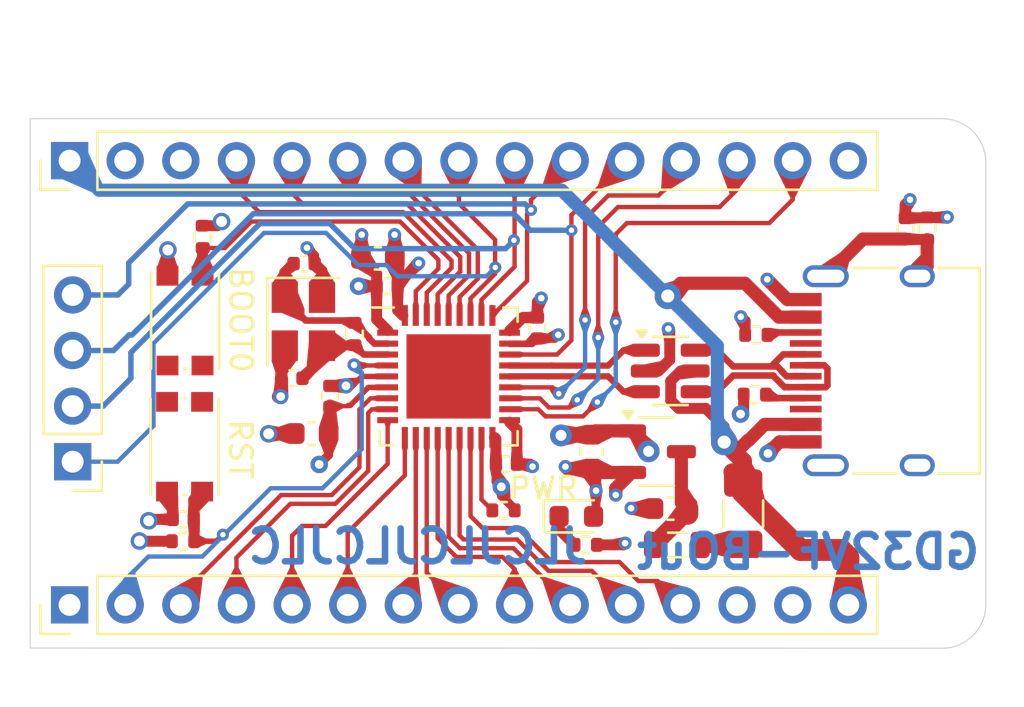
<source format=kicad_pcb>
(kicad_pcb (version 20240108) (generator "pcbnew") (generator_version "8.0")
  (layers (0 "F.Cu" signal) (1 "In1.Cu" power) (2 "In2.Cu" power) (31 "B.Cu" signal) (34 "B.Paste" user) (35 "F.Paste" user) (36 "B.SilkS" user "B.Silkscreen") (37 "F.SilkS" user "F.Silkscreen") (38 "B.Mask" user) (39 "F.Mask" user) (44 "Edge.Cuts" user))
  (net 0 "")
  (net 1 "OSC_OUT")
  (net 2 "Net-(F1-Pad2)")
  (net 3 "GND")
  (net 4 "+5V")
  (net 5 "+3.3V")
  (net 6 "NRST")
  (net 7 "USB_D+")
  (net 8 "PB5")
  (net 9 "PB0")
  (net 10 "PA8")
  (net 11 "PA10")
  (net 12 "USB_D-")
  (net 13 "PA2")
  (net 14 "PA1")
  (net 15 "BOOT0")
  (net 16 "OSC_IN")
  (net 17 "PA0")
  (net 18 "PA9")
  (net 19 "USB_CONN_D-")
  (net 20 "USB_CONN_D+")
  (net 21 "PB1")
  (net 22 "PA3")
  (net 23 "Net-(U1-VI)")
  (net 24 "PA5")
  (net 25 "PA6")
  (net 27 "PA4")
  (net 28 "PA7")
  (net 29 "PA15")
  (net 30 "PA14")
  (net 31 "PB4")
  (net 32 "PB7")
  (net 33 "PB3")
  (net 34 "PA13")
  (net 35 "PB6")
  (net 36 "Net-(D1-K)")
  (net 37 "Net-(J2-SHIELD)")
  (net 38 "Net-(J2-CC2)")
  (net 39 "Net-(J2-CC1)")
  (net 40 "Net-(U3-PB2)")
  (footprint "Resistor_SMD:R_0402_1005Metric" (layer "F.Cu") (at 39.640001 91.01 180)
    (property "Reference" "R1")
    (property "Value" "10k")
  )
  (footprint "Package_TO_SOT_SMD:SOT-23-3" (layer "F.Cu") (at 61.26 86.9175)
    (property "Reference" "U1")
    (property "Value" "XC6206PxxxMR")
  )
  (footprint "Capacitor_SMD:C_0402_1005Metric" (layer "F.Cu") (at 72.63 76.72 90)
    (property "Reference" "C8")
    (property "Value" "4n7")
  )
  (footprint "Resistor_SMD:R_0402_1005Metric" (layer "F.Cu") (at 65.75 84.31 180)
    (property "Reference" "R5")
    (property "Value" "5k5")
  )
  (footprint "Capacitor_SMD:C_0402_1005Metric" (layer "F.Cu") (at 46.35 84.39 90)
    (property "Reference" "C10")
    (property "Value" "10n")
  )
  (footprint "Connector_PinHeader_2.54mm:PinHeader_1x04_P2.54mm_Vertical" (layer "F.Cu") (at 34.6 87.375 180)
    (property "Reference" "J1")
    (property "Value" "JTAG")
  )
  (footprint "LED_SMD:LED_0603_1608Metric" (layer "F.Cu") (at 57.6 89.875)
    (property "Reference" "D1")
    (property "Value" "Power")
  )
  (footprint "Connector_PinHeader_2.54mm:PinHeader_1x15_P2.54mm_Vertical" (layer "F.Cu") (at 34.46 73.62 90)
    (property "Reference" "J6")
    (property "Value" "Conn_01x15")
  )
  (footprint "Button_Switch_SMD:SW_Push_1P1T_NO_CK_KMR2" (layer "F.Cu") (at 39.73 80.93 -90)
    (property "Reference" "SW1")
    (property "Value" "BOOT0")
  )
  (footprint "Capacitor_SMD:C_0402_1005Metric" (layer "F.Cu") (at 54.406675 87.487628 180)
    (property "Reference" "C4")
    (property "Value" "100n")
  )
  (footprint "Inductor_SMD:L_0805_2012Metric" (layer "F.Cu") (at 62.19 91.18 180)
    (property "Reference" "FB1")
    (property "Value" "100 @ 100MHz")
  )
  (footprint "Resistor_SMD:R_0402_1005Metric" (layer "F.Cu") (at 58.03 91.175)
    (property "Reference" "R4")
    (property "Value" "2k2")
  )
  (footprint "Button_Switch_SMD:SW_Push_1P1T_NO_CK_KMR2" (layer "F.Cu") (at 39.71 86.69 90)
    (property "Reference" "SW2")
    (property "Value" "Reset")
  )
  (footprint "Crystal:Crystal_SMD_3225-4Pin_3.2x2.5mm" (layer "F.Cu") (at 45.136505 80.975175 -90)
    (property "Reference" "Y1")
    (property "Value" "12MHz")
  )
  (footprint "Capacitor_SMD:C_0402_1005Metric" (layer "F.Cu") (at 48.961953 79.3559)
    (property "Reference" "C2")
    (property "Value" "100n")
  )
  (footprint "Resistor_SMD:R_0402_1005Metric" (layer "F.Cu") (at 73.62 76.72 -90)
    (property "Reference" "R3")
    (property "Value" "1M")
  )
  (footprint "Capacitor_SMD:C_0603_1608Metric" (layer "F.Cu") (at 58.2975 86.9175 90)
    (property "Reference" "C6")
    (property "Value" "10u")
  )
  (footprint "Capacitor_SMD:C_0402_1005Metric" (layer "F.Cu") (at 39.65 90.01 180)
    (property "Reference" "C7")
    (property "Value" "100n")
  )
  (footprint "Capacitor_SMD:C_0603_1608Metric" (layer "F.Cu") (at 61.8975 89.5175 180)
    (property "Reference" "C5")
    (property "Value" "10u")
  )
  (footprint "Capacitor_SMD:C_0402_1005Metric" (layer "F.Cu") (at 45.171861 78.323525)
    (property "Reference" "C11")
    (property "Value" "20p")
  )
  (footprint "Capacitor_SMD:C_0603_1608Metric" (layer "F.Cu") (at 45.515 86.09 180)
    (property "Reference" "C9")
    (property "Value" "1u")
  )
  (footprint "Connector_PinHeader_2.54mm:PinHeader_1x15_P2.54mm_Vertical" (layer "F.Cu") (at 34.46 93.92 90)
    (property "Reference" "J5")
    (property "Value" "Conn_01x15")
  )
  (footprint "Resistor_SMD:R_0402_1005Metric" (layer "F.Cu") (at 47.469958 81.54086 -90)
    (property "Reference" "R9")
    (property "Value" "1M")
  )
  (footprint "Capacitor_SMD:C_0402_1005Metric" (layer "F.Cu") (at 44.613246 83.563186 180)
    (property "Reference" "C12")
    (property "Value" "20p")
  )
  (footprint "Resistor_SMD:R_0402_1005Metric" (layer "F.Cu") (at 40.54 77.100001 -90)
    (property "Reference" "R2")
    (property "Value" "10k")
  )
  (footprint "Connector_USB:USB_C_Receptacle_HRO_TYPE-C-31-M-12" (layer "F.Cu") (at 72.12 83.22 90)
    (property "Reference" "J2")
    (property "Value" "USB_Conn")
  )
  (footprint "Capacitor_SMD:C_0603_1608Metric" (layer "F.Cu") (at 48.537689 78.083108)
    (property "Reference" "C1")
    (property "Value" "4u7")
  )
  (footprint "Resistor_SMD:R_0402_1005Metric" (layer "F.Cu") (at 65.82 81.58)
    (property "Reference" "R6")
    (property "Value" "5k5")
  )
  (footprint "Package_TO_SOT_SMD:SOT-23-6" (layer "F.Cu") (at 61.89 83.23)
    (property "Reference" "U2")
    (property "Value" "USBLC6-2SC6")
  )
  (footprint "Fuse:Fuse_1206_3216Metric" (layer "F.Cu") (at 65.22 89.75 -90)
    (property "Reference" "F1")
    (property "Value" "100mA")
  )
  (footprint "Packages:QFN-36_EP_6x6_Pitch0.5mm" (layer "F.Cu") (at 51.76875 83.47875)
    (property "Reference" "U3")
    (property "Value" "GD32VF103Tx")
  )
  (footprint "Capacitor_SMD:C_0402_1005Metric" (layer "F.Cu") (at 55.820889 81.265089 -90)
    (property "Reference" "C3")
    (property "Value" "100n")
  )
  (footprint "Resistor_SMD:R_0402_1005Metric" (layer "F.Cu") (at 54.275 89.6)
    (property "Reference" "R7")
    (property "Value" "10k")
  )
  (gr_line (start 74.3 95.9) (end 32.66 95.89) (stroke (width 0.05)) (layer "Edge.Cuts"))
  (gr_arc (start 76.3 93.9) (mid 75.714214 95.314214) (end 74.3 95.9) (stroke (width 0.05)) (layer "Edge.Cuts"))
  (gr_line (start 76.3 73.7) (end 76.3 93.9) (stroke (width 0.05)) (layer "Edge.Cuts"))
  (gr_line (start 32.66 95.89) (end 32.66 71.7) (stroke (width 0.05)) (layer "Edge.Cuts"))
  (gr_line (start 32.66 71.7) (end 74.3 71.7) (stroke (width 0.05)) (layer "Edge.Cuts"))
  (gr_arc (start 74.3 71.7) (mid 75.714214 72.285786) (end 76.3 73.7) (stroke (width 0.05)) (layer "Edge.Cuts"))
  (gr_text "JLCJLCJLCJLC" (at 58.275 92.125 0) (layer "B.Cu") (effects (font (size 1.5 1.5) (thickness 0.3) (bold yes)) (justify left bottom mirror)))
  (gr_text "GD32VF-BOut" (at 76.175 92.375 0) (layer "B.Cu") (effects (font (size 1.5 1.5) (thickness 0.3) (bold yes)) (justify left bottom mirror)))
  (gr_text "RST" (at 41.675 85.35 270) (layer "F.SilkS") (effects (font (size 1 1) (thickness 0.155)) (justify left bottom)))
  (gr_text "BOOT0" (at 41.7 80.9 270) (layer "F.SilkS") (effects (font (size 1 1) (thickness 0.155)) (justify bottom)))
  (gr_text "PWR" (at 54.425 89.175 0) (layer "F.SilkS") (effects (font (size 1 1) (thickness 0.155)) (justify left bottom)))
  (segment (start 48.98375 82.478751) (end 47.897849 82.478751) (width 0.3) (layer "F.Cu") (net 1))
  (segment (start 47.445642 82.075175) (end 45.986505 82.075175) (width 0.3) (layer "F.Cu") (net 1))
  (segment (start 47.469958 82.05086) (end 47.445642 82.075175) (width 0.3) (layer "F.Cu") (net 1))
  (segment (start 47.897849 82.478751) (end 47.469958 82.05086) (width 0.3) (layer "F.Cu") (net 1))
  (segment (start 45.986505 82.669927) (end 45.986505 82.075175) (width 0.5) (layer "F.Cu") (net 1))
  (segment (start 45.093246 83.563186) (end 45.986505 82.669927) (width 0.5) (layer "F.Cu") (net 1))
  (segment (start 63.282501 91.149999) (end 63.2525 91.18) (width 0.8) (layer "F.Cu") (net 2))
  (segment (start 65.22 91.149999) (end 63.282501 91.149999) (width 0.8) (layer "F.Cu") (net 2))
  (segment (start 60.9 86.9) (end 60.9 86.8) (width 0.6) (layer "F.Cu") (net 3))
  (segment (start 44.133246 83.563186) (end 44.133246 84.266754) (width 0.6) (layer "F.Cu") (net 3))
  (segment (start 39.17 90.01) (end 39.17 88.999999) (width 0.5) (layer "F.Cu") (net 3))
  (segment (start 41.4 76.4) (end 41.209998 76.590002) (width 0.5) (layer "F.Cu") (net 3))
  (segment (start 65.240001 84.31) (end 65.240001 85.059999) (width 0.5) (layer "F.Cu") (net 3))
  (segment (start 66.32 79.04) (end 66.31 79.04) (width 0.6) (layer "F.Cu") (net 3))
  (segment (start 49.312689 77.012689) (end 49.3 77) (width 0.5) (layer "F.Cu") (net 3))
  (segment (start 45.986505 78.658169) (end 45.986505 79.875175) (width 0.5) (layer "F.Cu") (net 3))
  (segment (start 56.9325 86.1425) (end 56.9 86.175) (width 0.6) (layer "F.Cu") (net 3))
  (segment (start 60.7525 83.23) (end 61.35 83.23) (width 0.5) (layer "F.Cu") (net 3))
  (segment (start 38.075 90.075) (end 38.14 90.01) (width 0.5) (layer "F.Cu") (net 3))
  (segment (start 53.926676 87.487628) (end 53.926676 86.331676) (width 0.5) (layer "F.Cu") (net 3))
  (segment (start 41.209998 76.590002) (end 40.54 76.590002) (width 0.5) (layer "F.Cu") (net 3))
  (segment (start 55.577228 81.98875) (end 54.55375 81.98875) (width 0.3) (layer "F.Cu") (net 3))
  (segment (start 47.08 83.91) (end 46.35 83.91) (width 0.5) (layer "F.Cu") (net 3))
  (segment (start 49.441953 78.212372) (end 49.441953 79.3559) (width 0.5) (layer "F.Cu") (net 3))
  (segment (start 60.1225 85.9675) (end 60.9 86.745) (width 0.6) (layer "F.Cu") (net 3))
  (segment (start 59.75 91.175) (end 59.825 91.1) (width 0.5) (layer "F.Cu") (net 3))
  (segment (start 55.820889 81.745088) (end 55.577228 81.98875) (width 0.3) (layer "F.Cu") (net 3))
  (segment (start 73.670001 76.23) (end 74.54 76.2) (width 0.5) (layer "F.Cu") (net 3))
  (segment (start 60.9 86.745) (end 60.9 86.9) (width 0.6) (layer "F.Cu") (net 3))
  (segment (start 60.235 89.5175) (end 60.1 89.5) (width 0.6) (layer "F.Cu") (net 3))
  (segment (start 74.54 76.2) (end 74.51 76.23) (width 0.5) (layer "F.Cu") (net 3))
  (segment (start 55.820889 81.745089) (end 56.606381 81.745089) (width 0.4) (layer "F.Cu") (net 3))
  (segment (start 54.175 88.525) (end 53.926675 88.276675) (width 0.4) (layer "F.Cu") (net 3))
  (segment (start 61.35 83.23) (end 61.865 82.715) (width 0.5) (layer "F.Cu") (net 3))
  (segment (start 60.1225 85.9675) (end 58.4725 85.9675) (width 0.6) (layer "F.Cu") (net 3))
  (segment (start 73.670001 76.23) (end 72.65 76.23) (width 0.5) (layer "F.Cu") (net 3))
  (segment (start 60.2 89.5175) (end 60.2175 89.5175) (width 0.6) (layer "F.Cu") (net 3))
  (segment (start 72.62 75.619999) (end 72.84 75.399999) (width 0.5) (layer "F.Cu") (net 3))
  (segment (start 54.175 88.929654) (end 54.785 89.539654) (width 0.4) (layer "F.Cu") (net 3))
  (segment (start 66.35 87) (end 66.88 86.47) (width 0.6) (layer "F.Cu") (net 3))
  (segment (start 60.1 89.5) (end 60.2 89.5175) (width 0.6) (layer "F.Cu") (net 3))
  (segment (start 53.926676 86.331676) (end 53.85875 86.26375) (width 0.5) (layer "F.Cu") (net 3))
  (segment (start 54.175 88.525) (end 54.175 88.929654) (width 0.4) (layer "F.Cu") (net 3))
  (segment (start 44.74 86.09) (end 43.56 86.09) (width 0.5) (layer "F.Cu") (net 3))
  (segment (start 49.441953 79.3559) (end 49.441953 80.456953) (width 0.5) (layer "F.Cu") (net 3))
  (segment (start 65.1 85.2) (end 65.06 85.24) (width 0.5) (layer "F.Cu") (net 3))
  (segment (start 61.865 82.715) (end 61.865 81.365) (width 0.5) (layer "F.Cu") (net 3))
  (segment (start 45.65186 78.323525) (end 45.986505 78.658169) (width 0.5) (layer "F.Cu") (net 3))
  (segment (start 44.133247 82.228434) (end 44.133247 83.563186) (width 0.5) (layer "F.Cu") (net 3))
  (segment (start 67.24 79.97) (end 66.32 79.05) (width 0.6) (layer "F.Cu") (net 3))
  (segment (start 44 84.4) (end 44.1 84.3) (width 0.6) (layer "F.Cu") (net 3))
  (segment (start 45.651861 78.323525) (end 45.651861 77.951861) (width 0.4) (layer "F.Cu") (net 3))
  (segment (start 49.441953 79.3559) (end 49.441953 79.258047) (width 0.5) (layer "F.Cu") (net 3))
  (segment (start 50.4 78.3) (end 50.2 78.5) (width 0.5) (layer "F.Cu") (net 3))
  (segment (start 44.1 84.3) (end 44.1 84.4) (width 0.6) (layer "F.Cu") (net 3))
  (segment (start 58.2975 86.1425) (end 56.9325 86.1425) (width 0.6) (layer "F.Cu") (net 3))
  (segment (start 47.08 83.91) (end 47.22 83.91) (width 0.3) (layer "F.Cu") (net 3))
  (segment (start 53.926675 88.276675) (end 53.926675 87.487628) (width 0.4) (layer "F.Cu") (net 3))
  (segment (start 49.441953 79.258047) (end 50.4 78.3) (width 0.5) (layer "F.Cu") (net 3))
  (segment (start 49.312689 78.083108) (end 49.441953 78.212372) (width 0.5) (layer "F.Cu") (net 3))
  (segment (start 44.286506 82.075175) (end 44.133247 82.228434) (width 0.5) (layer "F.Cu") (net 3))
  (segment (start 58.539999 91.175) (end 59.75 91.175) (width 0.5) (layer "F.Cu") (net 3))
  (segment (start 65.310001 81.58) (end 65.310001 80.950001) (width 0.5) (layer "F.Cu") (net 3))
  (segment (start 45.651861 77.951861) (end 45.3 77.6) (width 0.4) (layer "F.Cu") (net 3))
  (segment (start 43.56 86.09) (end 43.55 86.1) (width 0.6) (layer "F.Cu") (net 3))
  (segment (start 61.1225 89.5175) (end 60.235 89.5175) (width 0.6) (layer "F.Cu") (net 3))
  (segment (start 39.17 88.999999) (end 38.91 88.739999) (width 0.5) (layer "F.Cu") (net 3))
  (segment (start 66.31 79.04) (end 66.34 79.07) (width 0.6) (layer "F.Cu") (net 3))
  (segment (start 65.240001 85.059999) (end 65.1 85.2) (width 0.5) (layer "F.Cu") (net 3))
  (segment (start 38.14 90.01) (end 39.17 90.01) (width 0.5) (layer "F.Cu") (net 3))
  (segment (start 72.62 76.26) (end 72.62 75.619999) (width 0.5) (layer "F.Cu") (net 3))
  (segment (start 61.8 81.3) (end 61.865 81.435) (width 0.5) (layer "F.Cu") (net 3))
  (segment (start 49.441953 80.456953) (end 49.678749 80.69375) (width 0.5) (layer "F.Cu") (net 3))
  (segment (start 65.310001 80.950001) (end 65.11 80.75) (width 0.5) (layer "F.Cu") (net 3))
  (segment (start 47.08 83.91) (end 47.374944 83.91) (width 0.25) (layer "F.Cu") (net 3))
  (segment (start 56.606381 81.745089) (end 56.775735 81.575735) (width 0.4) (layer "F.Cu") (net 3))
  (segment (start 47.374944 83.91) (end 47.806194 83.47875) (width 0.25) (layer "F.Cu") (net 3))
  (segment (start 66.32 79.05) (end 66.32 79.04) (width 0.6) (layer "F.Cu") (net 3))
  (segment (start 44.133246 84.266754) (end 44.1 84.3) (width 0.6) (layer "F.Cu") (net 3))
  (segment (start 72.65 76.23) (end 72.62 76.26) (width 0.5) (layer "F.Cu") (net 3))
  (segment (start 66.88 86.47) (end 68.075 86.47) (width 0.6) (layer "F.Cu") (net 3))
  (segment (start 54.785 89.539654) (end 54.785 89.6) (width 0.4) (layer "F.Cu") (net 3))
  (segment (start 49.312689 78.083108) (end 49.312689 77.012689) (width 0.5) (layer "F.Cu") (net 3))
  (segment (start 47.22 83.91) (end 47.26 83.87) (width 0.3) (layer "F.Cu") (net 3))
  (segment (start 61.865 81.365) (end 61.8 81.3) (width 0.5) (layer "F.Cu") (net 3))
  (segment (start 58.4725 85.9675) (end 58.2975 86.1425) (width 0.6) (layer "F.Cu") (net 3))
  (segment (start 44.1 84.4) (end 44 84.4) (width 0.6) (layer "F.Cu") (net 3))
  (segment (start 47.806194 83.47875) (end 48.983751 83.47875) (width 0.25) (layer "F.Cu") (net 3))
  (via (at 45.3 77.6) (size 0.6) (drill 0.3) (layers "F.Cu" "B.Cu") (net 3))
  (via (at 47.08 83.91) (size 0.7) (drill 0.4) (layers "F.Cu" "B.Cu") (net 3))
  (via (at 41.4 76.4) (size 0.8) (drill 0.5) (layers "F.Cu" "B.Cu") (net 3))
  (via (at 54.175 88.525) (size 0.8) (drill 0.4) (layers "F.Cu" "B.Cu") (net 3))
  (via (at 65.11 80.75) (size 0.6) (drill 0.3) (layers "F.Cu" "B.Cu") (net 3))
  (via (at 44.1 84.4) (size 0.7) (drill 0.4) (layers "F.Cu" "B.Cu") (net 3))
  (via (at 66.35 87) (size 0.8) (drill 0.4) (layers "F.Cu" "B.Cu") (net 3))
  (via (at 56.9 86.175) (size 1) (drill 0.5) (layers "F.Cu" "B.Cu") (net 3))
  (via (at 61.8 81.3) (size 0.6) (drill 0.3) (layers "F.Cu" "B.Cu") (net 3))
  (via (at 65.1 85.2) (size 0.8) (drill 0.4) (layers "F.Cu" "B.Cu") (net 3))
  (via (at 50.4 78.3) (size 0.6) (drill 0.3) (layers "F.Cu" "B.Cu") (net 3))
  (via (at 49.3 77) (size 0.6) (drill 0.3) (layers "F.Cu" "B.Cu") (net 3))
  (via (at 59.825 91.1) (size 0.6) (drill 0.3) (layers "F.Cu" "B.Cu") (net 3))
  (via (at 60.1 89.5) (size 0.6) (drill 0.3) (layers "F.Cu" "B.Cu") (net 3))
  (via (at 66.32 79.04) (size 0.6) (drill 0.3) (layers "F.Cu" "B.Cu") (net 3))
  (via (at 56.775735 81.575735) (size 0.6) (drill 0.3) (layers "F.Cu" "B.Cu") (net 3))
  (via (at 60.9 86.9) (size 1) (drill 0.5) (layers "F.Cu" "B.Cu") (net 3))
  (via (at 38.075 90.075) (size 0.8) (drill 0.5) (layers "F.Cu" "B.Cu") (net 3))
  (via (at 43.55 86.1) (size 0.8) (drill 0.5) (layers "F.Cu" "B.Cu") (net 3))
  (via (at 74.54 76.2) (size 0.6) (drill 0.3) (layers "F.Cu" "B.Cu") (net 3))
  (via (at 72.84 75.399999) (size 0.6) (drill 0.3) (layers "F.Cu" "B.Cu") (net 3))
  (segment (start 65.22 87.35) (end 64.855 86.985) (width 0.8) (layer "F.Cu") (net 4))
  (segment (start 64.35 85.78) (end 63.51 84.94) (width 0.5) (layer "F.Cu") (net 4))
  (segment (start 61.774315 79.805685) (end 62.36 79.22) (width 0.6) (layer "F.Cu") (net 4))
  (segment (start 62.36 79.22) (end 65.3 79.22) (width 0.6) (layer "F.Cu") (net 4))
  (segment (start 62.365001 83.23) (end 63.0275 83.23) (width 0.5) (layer "F.Cu") (net 4))
  (segment (start 64.855 86.985) (end 64.35 86.48) (width 0.8) (layer "F.Cu") (net 4))
  (segment (start 61.91 84.577684) (end 61.91 83.685001) (width 0.5) (layer "F.Cu") (net 4))
  (segment (start 64.72 87.850001) (end 65.22 88.350001) (width 0.8) (layer "F.Cu") (net 4))
  (segment (start 69.69 91.41) (end 70.02 91.74) (width 1) (layer "F.Cu") (net 4))
  (segment (start 66.85 80.77) (end 68.075 80.769999) (width 0.6) (layer "F.Cu") (net 4))
  (segment (start 65.22 88.79) (end 67.84 91.41) (width 1) (layer "F.Cu") (net 4))
  (segment (start 68.075 85.670001) (end 66.201371 85.67) (width 0.6) (layer "F.Cu") (net 4))
  (segment (start 70.02 91.74) (end 70.02 93.92) (width 1) (layer "F.Cu") (net 4))
  (segment (start 65.449999 86.390001) (end 64.855 86.985) (width 0.6) (layer "F.Cu") (net 4))
  (segment (start 65.3 79.22) (end 66.85 80.77) (width 0.6) (layer "F.Cu") (net 4))
  (segment (start 61.91 83.685001) (end 62.365001 83.23) (width 0.5) (layer "F.Cu") (net 4))
  (segment (start 65.22 88.350001) (end 65.22 87.35) (width 0.8) (layer "F.Cu") (net 4))
  (segment (start 63.51 84.94) (end 62.272316 84.94) (width 0.5) (layer "F.Cu") (net 4))
  (segment (start 64.35 86.48) (end 64.35 85.78) (width 0.5) (layer "F.Cu") (net 4))
  (segment (start 65.22 88.350001) (end 65.22 88.79) (width 1) (layer "F.Cu") (net 4))
  (segment (start 67.84 91.41) (end 69.69 91.41) (width 1) (layer "F.Cu") (net 4))
  (segment (start 66.201371 85.67) (end 65.48137 86.390001) (width 0.6) (layer "F.Cu") (net 4))
  (segment (start 65.48137 86.390001) (end 65.449999 86.390001) (width 0.6) (layer "F.Cu") (net 4))
  (segment (start 62.272316 84.94) (end 61.91 84.577684) (width 0.5) (layer "F.Cu") (net 4))
  (via (at 61.774315 79.805685) (size 1.2) (drill 0.6) (layers "F.Cu" "B.Cu") (remove_unused_layers yes) (zone_layer_connections "F.Cu" "B.Cu") (net 4))
  (via (at 64.35 86.48) (size 1.2) (drill 0.6) (layers "F.Cu" "B.Cu") (remove_unused_layers yes) (zone_layer_connections "F.Cu" "B.Cu") (net 4))
  (segment (start 64.04 82.071371) (end 56.938629 74.97) (width 0.6) (layer "B.Cu") (net 4))
  (segment (start 64.04 86.17) (end 64.04 82.071371) (width 0.6) (layer "B.Cu") (net 4))
  (segment (start 35.81 74.97) (end 34.46 73.62) (width 0.6) (layer "B.Cu") (net 4))
  (segment (start 56.938629 74.97) (end 35.81 74.97) (width 0.6) (layer "B.Cu") (net 4))
  (segment (start 64.35 86.48) (end 64.04 86.17) (width 0.6) (layer "B.Cu") (net 4))
  (segment (start 55.820889 80.079111) (end 56 79.9) (width 0.5) (layer "F.Cu") (net 5))
  (segment (start 37.65 91) (end 37.75 91.1) (width 0.5) (layer "F.Cu") (net 5))
  (segment (start 37.66 91.01) (end 37.65 91) (width 0.5) (layer "F.Cu") (net 5))
  (segment (start 54.886675 87.487628) (end 54.886675 85.901676) (width 0.5) (layer "F.Cu") (net 5))
  (segment (start 60.1225 87.8675) (end 59.4 88.59) (width 0.6) (layer "F.Cu") (net 5))
  (segment (start 48.102024 83.97875) (end 47.280774 84.8) (width 0.25) (layer "F.Cu") (net 5))
  (segment (start 39.130002 91.01) (end 37.66 91.01) (width 0.5) (layer "F.Cu") (net 5))
  (segment (start 58.495 88.695) (end 58.5 88.7) (width 0.6) (layer "F.Cu") (net 5))
  (segment (start 58.2975 87.6925) (end 57.1925 87.6925) (width 0.6) (layer "F.Cu") (net 5))
  (segment (start 57.1925 87.6925) (end 57.1 87.6) (width 0.6) (layer "F.Cu") (net 5))
  (segment (start 47.762689 78.083108) (end 48.481953 78.802373) (width 0.5) (layer "F.Cu") (net 5))
  (segment (start 46.29 86.09) (end 46.29 87.07) (width 0.4) (layer "F.Cu") (net 5))
  (segment (start 46.352729 86.012271) (end 46.325 86.04) (width 0.6) (layer "F.Cu") (net 5))
  (segment (start 59.4 88.59) (end 59.4 88.9) (width 0.6) (layer "F.Cu") (net 5))
  (segment (start 58.4725 87.8675) (end 58.2975 87.6925) (width 0.6) (layer "F.Cu") (net 5))
  (segment (start 58.495 87.89) (end 58.495 88.695) (width 0.4) (layer "F.Cu") (net 5))
  (segment (start 48.481953 80.876954) (end 48.98375 81.37875) (width 0.5) (layer "F.Cu") (net 5))
  (segment (start 47.8 77) (end 47.762689 77.037311) (width 0.5) (layer "F.Cu") (net 5))
  (segment (start 46.352729 84.835145) (end 46.352729 86.012271) (width 0.6) (layer "F.Cu") (net 5))
  (segment (start 58.5 88.7) (end 58.495 88.705) (width 0.6) (layer "F.Cu") (net 5))
  (segment (start 54.886675 87.487628) (end 55.487628 87.487628) (width 0.5) (layer "F.Cu") (net 5))
  (segment (start 38.93 77.72) (end 38.93 78.880001) (width 0.6) (layer "F.Cu") (net 5))
  (segment (start 48.98375 83.97875) (end 48.102024 83.97875) (width 0.25) (layer "F.Cu") (net 5))
  (segment (start 55.157411 80.785089) (end 54.55375 81.38875) (width 0.5) (layer "F.Cu") (net 5))
  (segment (start 48.481953 78.802373) (end 48.481953 79.3559) (width 0.5) (layer "F.Cu") (net 5))
  (segment (start 46.29 87.07) (end 45.86 87.5) (width 0.4) (layer "F.Cu") (net 5))
  (segment (start 55.820889 80.785089) (end 55.157411 80.785089) (width 0.5) (layer "F.Cu") (net 5))
  (segment (start 47.154855 84.835145) (end 46.352729 84.835145) (width 0.2) (layer "F.Cu") (net 5))
  (segment (start 38.95 77.7) (end 38.93 77.72) (width 0.6) (layer "F.Cu") (net 5))
  (segment (start 58.5 89.7625) (end 58.3875 89.875) (width 0.6) (layer "F.Cu") (net 5))
  (segment (start 60.1225 87.8675) (end 58.4725 87.8675) (width 0.6) (layer "F.Cu") (net 5))
  (segment (start 47.19 84.8) (end 47.154855 84.835145) (width 0.2) (layer "F.Cu") (net 5))
  (segment (start 59.4 88.9) (end 59.4 88.8) (width 0.6) (layer "F.Cu") (net 5))
  (segment (start 58.5 88.7) (end 58.5 89.7625) (width 0.4) (layer "F.Cu") (net 5))
  (segment (start 55.820889 80.785089) (end 55.820889 80.079111) (width 0.5) (layer "F.Cu") (net 5))
  (segment (start 48.481953 79.3559) (end 48.481953 80.876954) (width 0.5) (layer "F.Cu") (net 5))
  (segment (start 54.886675 85.901676) (end 54.55375 85.568751) (width 0.5) (layer "F.Cu") (net 5))
  (segment (start 47.762689 78.083108) (end 47.8 77) (width 0.5) (layer "F.Cu") (net 5))
  (segment (start 58.2975 87.6925) (end 58.495 87.89) (width 0.6) (layer "F.Cu") (net 5))
  (segment (start 55.487628 87.487628) (end 55.6 87.6) (width 0.5) (layer "F.Cu") (net 5))
  (segment (start 47.280774 84.8) (end 47.19 84.8) (width 0.25) (layer "F.Cu") (net 5))
  (segment (start 48.481953 79.3559) (end 47.6559 79.3559) (width 0.4) (layer "F.Cu") (net 5))
  (via (at 59.4 88.9) (size 0.6) (drill 0.3) (layers "F.Cu" "B.Cu") (net 5))
  (via (at 55.6 87.6) (size 0.6) (drill 0.3) (layers "F.Cu" "B.Cu") (net 5))
  (via (at 38.95 77.7) (size 0.8) (drill 0.5) (layers "F.Cu" "B.Cu") (net 5))
  (via (at 56 79.9) (size 0.6) (drill 0.3) (layers "F.Cu" "B.Cu") (net 5))
  (via (at 37.65 91) (size 0.8) (drill 0.5) (layers "F.Cu" "B.Cu") (net 5))
  (via (at 45.86 87.5) (size 0.8) (drill 0.4) (layers "F.Cu" "B.Cu") (net 5))
  (via (at 47.6559 79.3559) (size 0.8) (drill 0.4) (layers "F.Cu" "B.Cu") (net 5))
  (via (at 57.1 87.6) (size 0.6) (drill 0.3) (layers "F.Cu" "B.Cu") (net 5))
  (via (at 47.8 77) (size 0.6) (drill 0.3) (layers "F.Cu" "B.Cu") (net 5))
  (via (at 58.5 88.7) (size 0.6) (drill 0.3) (layers "F.Cu" "B.Cu") (net 5))
  (segment (start 47.478934 82.97875) (end 48.98375 82.97875) (width 0.2) (layer "F.Cu") (net 6))
  (segment (start 40.15 90.03) (end 40.13 90.01) (width 0.5) (layer "F.Cu") (net 6))
  (segment (start 40.13 90.01) (end 40.13 89.119999) (width 0.5) (layer "F.Cu") (net 6))
  (segment (start 47.450622 82.950438) (end 47.478934 82.97875) (width 0.2) (layer "F.Cu") (net 6))
  (segment (start 40.13 89.119999) (end 40.51 88.739999) (width 0.5) (layer "F.Cu") (net 6))
  (segment (start 41.16147 91.01) (end 41.460735 90.710735) (width 0.25) (layer "F.Cu") (net 6))
  (segment (start 40.15 91.01) (end 40.15 90.03) (width 0.5) (layer "F.Cu") (net 6))
  (segment (start 40.15 91.01) (end 41.16147 91.01) (width 0.25) (layer "F.Cu") (net 6))
  (via (at 47.450622 82.950438) (size 0.6) (drill 0.3) (layers "F.Cu" "B.Cu") (net 6))
  (via (at 41.460735 90.710735) (size 0.55) (drill 0.25) (layers "F.Cu" "B.Cu") (net 6))
  (segment (start 47.8 83.299816) (end 47.8 86.8) (width 0.2) (layer "B.Cu") (net 6))
  (segment (start 47.8 86.8) (end 46.01 88.59) (width 0.2) (layer "B.Cu") (net 6))
  (segment (start 46.01 88.59) (end 43.64 88.59) (width 0.2) (layer "B.Cu") (net 6))
  (segment (start 38.06 91.71) (end 37 92.77) (width 0.2) (layer "B.Cu") (net 6))
  (segment (start 43.64 88.59) (end 40.52 91.71) (width 0.2) (layer "B.Cu") (net 6))
  (segment (start 40.52 91.71) (end 38.06 91.71) (width 0.2) (layer "B.Cu") (net 6))
  (segment (start 47.450622 82.950438) (end 47.8 83.299816) (width 0.2) (layer "B.Cu") (net 6))
  (segment (start 37 92.77) (end 37 93.92) (width 0.2) (layer "B.Cu") (net 6))
  (segment (start 59.758749 82.28) (end 59.053351 82.985398) (width 0.286004) (layer "F.Cu") (net 7))
  (segment (start 60.7525 82.28) (end 59.758749 82.28) (width 0.286004) (layer "F.Cu") (net 7))
  (segment (start 59.053351 82.985398) (end 56.48 82.985398) (width 0.286004) (layer "F.Cu") (net 7))
  (segment (start 56.48 82.985398) (end 56.47875 82.984148) (width 0.286004) (layer "F.Cu") (net 7))
  (segment (start 56.47875 82.984148) (end 54.559148 82.984148) (width 0.286004) (layer "F.Cu") (net 7))
  (segment (start 54.559148 82.984148) (end 54.55375 82.97875) (width 0.286004) (layer "F.Cu") (net 7))
  (segment (start 47.38 75.17) (end 47.16 74.95) (width 0.2) (layer "F.Cu") (net 8))
  (segment (start 47.16 74.95) (end 47.16 73.62) (width 0.2) (layer "F.Cu") (net 8))
  (segment (start 51.76875 80.693751) (end 51.76875 79.781692) (width 0.2) (layer "F.Cu") (net 8))
  (segment (start 52.7 78.850441) (end 52.7 77.854414) (width 0.2) (layer "F.Cu") (net 8))
  (segment (start 50.015584 75.17) (end 47.38 75.17) (width 0.2) (layer "F.Cu") (net 8))
  (segment (start 52.7 77.854414) (end 50.015584 75.17) (width 0.2) (layer "F.Cu") (net 8))
  (segment (start 51.76875 79.781692) (end 52.7 78.850441) (width 0.2) (layer "F.Cu") (net 8))
  (segment (start 54.895686 90.93) (end 56.327843 92.362157) (width 0.2) (layer "F.Cu") (net 9))
  (segment (start 52.26875 90.747378) (end 52.451372 90.93) (width 0.2) (layer "F.Cu") (net 9))
  (segment (start 52.26875 86.26375) (end 52.26875 90.747378) (width 0.2) (layer "F.Cu") (net 9))
  (segment (start 56.327843 92.362157) (end 58.302157 92.362157) (width 0.2) (layer "F.Cu") (net 9))
  (segment (start 58.302157 92.362157) (end 59.86 93.92) (width 0.2) (layer "F.Cu") (net 9))
  (segment (start 52.451372 90.93) (end 54.895686 90.93) (width 0.2) (layer "F.Cu") (net 9))
  (segment (start 57.905774 85.304226) (end 56.190011 85.304226) (width 0.2) (layer "F.Cu") (net 10))
  (segment (start 66.41 76.47) (end 67.48 75.4) (width 0.2) (layer "F.Cu") (net 10))
  (segment (start 59.4 81) (end 59.4 76.98) (width 0.2) (layer "F.Cu") (net 10))
  (segment (start 55.864535 84.97875) (end 54.55375 84.97875) (width 0.2) (layer "F.Cu") (net 10))
  (segment (start 58.56 84.65) (end 57.905774 85.304226) (width 0.2) (layer "F.Cu") (net 10))
  (segment (start 59.4 76.98) (end 59.91 76.47) (width 0.2) (layer "F.Cu") (net 10))
  (segment (start 56.190011 85.304226) (end 55.864535 84.97875) (width 0.2) (layer "F.Cu") (net 10))
  (segment (start 59.91 76.47) (end 66.41 76.47) (width 0.2) (layer "F.Cu") (net 10))
  (segment (start 67.48 75.4) (end 67.48 73.62) (width 0.2) (layer "F.Cu") (net 10))
  (via (at 58.56 84.65) (size 0.55) (drill 0.25) (layers "F.Cu" "B.Cu") (remove_unused_layers yes) (zone_layer_connections "F.Cu" "B.Cu") (net 10))
  (via (at 59.4 81) (size 0.55) (drill 0.25) (layers "F.Cu" "B.Cu") (remove_unused_layers yes) (zone_layer_connections "F.Cu" "B.Cu") (net 10))
  (segment (start 58.56 84.65) (end 59.4 83.81) (width 0.2) (layer "B.Cu") (net 10))
  (segment (start 59.4 83.81) (end 59.4 81) (width 0.2) (layer "B.Cu") (net 10))
  (segment (start 58 76.27) (end 59.06 75.21) (width 0.2) (layer "F.Cu") (net 11))
  (segment (start 56.50875 83.97875) (end 54.55375 83.97875) (width 0.2) (layer "F.Cu") (net 11))
  (segment (start 58 80.9) (end 58 76.27) (width 0.2) (layer "F.Cu") (net 11))
  (segment (start 62.4 74.16) (end 62.4 73.62) (width 0.2) (layer "F.Cu") (net 11))
  (segment (start 59.06 75.21) (end 61.35 75.21) (width 0.2) (layer "F.Cu") (net 11))
  (segment (start 56.8 84.27) (end 56.50875 83.97875) (width 0.2) (layer "F.Cu") (net 11))
  (segment (start 61.35 75.21) (end 62.4 74.16) (width 0.2) (layer "F.Cu") (net 11))
  (via (at 58 80.9) (size 0.55) (drill 0.25) (layers "F.Cu" "B.Cu") (remove_unused_layers yes) (zone_layer_connections "F.Cu" "B.Cu") (net 11))
  (via (at 56.8 84.27) (size 0.55) (drill 0.25) (layers "F.Cu" "B.Cu") (remove_unused_layers yes) (zone_layer_connections "F.Cu" "B.Cu") (net 11))
  (segment (start 58 83.07) (end 58 80.9) (width 0.2) (layer "B.Cu") (net 11))
  (segment (start 56.8 84.27) (end 58 83.07) (width 0.2) (layer "B.Cu") (net 11))
  (segment (start 60.7525 84.18) (end 59.758749 84.18) (width 0.286004) (layer "F.Cu") (net 12))
  (segment (start 56.292791 83.474602) (end 56.291541 83.473352) (width 0.286004) (layer "F.Cu") (net 12))
  (segment (start 56.291541 83.473352) (end 54.559147 83.473352) (width 0.286004) (layer "F.Cu") (net 12))
  (segment (start 54.559147 83.473352) (end 54.553749 83.47875) (width 0.286004) (layer "F.Cu") (net 12))
  (segment (start 59.758749 84.18) (end 59.053351 83.474602) (width 0.286004) (layer "F.Cu") (net 12))
  (segment (start 59.053351 83.474602) (end 56.292791 83.474602) (width 0.286004) (layer "F.Cu") (net 12))
  (segment (start 45.07 90.31) (end 44.62 90.76) (width 0.2) (layer "F.Cu") (net 13))
  (segment (start 48.98375 85.47875) (end 48.98375 87.47625) (width 0.2) (layer "F.Cu") (net 13))
  (segment (start 48.98375 87.47625) (end 46.15 90.31) (width 0.2) (layer "F.Cu") (net 13))
  (segment (start 44.62 90.76) (end 44.62 93.92) (width 0.2) (layer "F.Cu") (net 13))
  (segment (start 46.15 90.31) (end 45.07 90.31) (width 0.2) (layer "F.Cu") (net 13))
  (segment (start 46.594314 89.3) (end 44.54 89.3) (width 0.2) (layer "F.Cu") (net 14))
  (segment (start 44.54 89.3) (end 42.08 91.76) (width 0.2) (layer "F.Cu") (net 14))
  (segment (start 48.097157 87.797157) (end 46.594314 89.3) (width 0.2) (layer "F.Cu") (net 14))
  (segment (start 42.08 91.76) (end 42.08 93.92) (width 0.2) (layer "F.Cu") (net 14))
  (segment (start 48.98375 84.97875) (end 48.26875 84.97875) (width 0.2) (layer "F.Cu") (net 14))
  (segment (start 48.097157 85.150343) (end 48.097157 87.797157) (width 0.2) (layer "F.Cu") (net 14))
  (segment (start 48.26875 84.97875) (end 48.097157 85.150343) (width 0.2) (layer "F.Cu") (net 14))
  (segment (start 51.3 78.151471) (end 49.548529 76.4) (width 0.2) (layer "F.Cu") (net 15))
  (segment (start 50.26875 79.584634) (end 51.3 78.553384) (width 0.2) (layer "F.Cu") (net 15))
  (segment (start 40.53 78.880001) (end 40.53 77.62) (width 0.5) (layer "F.Cu") (net 15))
  (segment (start 49.548529 76.4) (end 42.76 76.4) (width 0.2) (layer "F.Cu") (net 15))
  (segment (start 50.26875 80.69375) (end 50.26875 79.584634) (width 0.2) (layer "F.Cu") (net 15))
  (segment (start 42.76 76.4) (end 41.55 77.61) (width 0.2) (layer "F.Cu") (net 15))
  (segment (start 51.3 78.553384) (end 51.3 78.151471) (width 0.2) (layer "F.Cu") (net 15))
  (segment (start 41.55 77.61) (end 40.54 77.61) (width 0.2) (layer "F.Cu") (net 15))
  (segment (start 40.53 77.62) (end 40.54 77.61) (width 0.5) (layer "F.Cu") (net 15))
  (segment (start 48.139958 81.744934) (end 48.139958 81.700862) (width 0.3) (layer "F.Cu") (net 16))
  (segment (start 48.98375 81.97875) (end 48.373774 81.97875) (width 0.3) (layer "F.Cu") (net 16))
  (segment (start 47.364273 80.925176) (end 45.241531 80.925176) (width 0.3) (layer "F.Cu") (net 16))
  (segment (start 48.373774 81.97875) (end 48.139958 81.744934) (width 0.3) (layer "F.Cu") (net 16))
  (segment (start 48.139958 81.700862) (end 47.469958 81.030861) (width 0.3) (layer "F.Cu") (net 16))
  (segment (start 45.241531 80.925176) (end 44.286506 79.970151) (width 0.3) (layer "F.Cu") (net 16))
  (segment (start 44.691861 78.323525) (end 44.286506 78.72888) (width 0.5) (layer "F.Cu") (net 16))
  (segment (start 44.286506 78.72888) (end 44.286506 79.875175) (width 0.5) (layer "F.Cu") (net 16))
  (segment (start 44.286506 79.970151) (end 44.286506 79.875175) (width 0.3) (layer "F.Cu") (net 16))
  (segment (start 44.12 88.9) (end 39.54 93.48) (width 0.2) (layer "F.Cu") (net 17))
  (segment (start 46.428628 88.9) (end 44.12 88.9) (width 0.2) (layer "F.Cu") (net 17))
  (segment (start 48.98375 84.47875) (end 48.203064 84.47875) (width 0.2) (layer "F.Cu") (net 17))
  (segment (start 47.697157 84.984658) (end 47.697157 87.631471) (width 0.2) (layer "F.Cu") (net 17))
  (segment (start 48.203064 84.47875) (end 47.697157 84.984658) (width 0.2) (layer "F.Cu") (net 17))
  (segment (start 47.697157 87.631471) (end 46.428628 88.9) (width 0.2) (layer "F.Cu") (net 17))
  (segment (start 39.54 93.48) (end 39.54 93.92) (width 0.2) (layer "F.Cu") (net 17))
  (segment (start 64.14 75.74) (end 64.94 74.94) (width 0.2) (layer "F.Cu") (net 18))
  (segment (start 55.930221 84.47875) (end 54.55375 84.47875) (width 0.2) (layer "F.Cu") (net 18))
  (segment (start 58.6 81.7) (end 58.6 76.64) (width 0.2) (layer "F.Cu") (net 18))
  (segment (start 58.6 76.64) (end 59.5 75.74) (width 0.2) (layer "F.Cu") (net 18))
  (segment (start 56.351471 84.9) (end 55.930221 84.47875) (width 0.2) (layer "F.Cu") (net 18))
  (segment (start 57.29 84.9) (end 56.351471 84.9) (width 0.2) (layer "F.Cu") (net 18))
  (segment (start 64.94 74.94) (end 64.94 73.62) (width 0.2) (layer "F.Cu") (net 18))
  (segment (start 57.64 84.55) (end 57.29 84.9) (width 0.2) (layer "F.Cu") (net 18))
  (segment (start 59.5 75.74) (end 64.14 75.74) (width 0.2) (layer "F.Cu") (net 18))
  (via (at 58.6 81.7) (size 0.55) (drill 0.25) (layers "F.Cu" "B.Cu") (remove_unused_layers yes) (zone_layer_connections "F.Cu" "B.Cu") (net 18))
  (via (at 57.64 84.55) (size 0.55) (drill 0.25) (layers "F.Cu" "B.Cu") (remove_unused_layers yes) (zone_layer_connections "F.Cu" "B.Cu") (net 18))
  (segment (start 64.94 74.26) (end 64.94 73.62) (width 0.2) (layer "B.Cu") (net 18))
  (segment (start 58.6 83.59) (end 58.6 81.7) (width 0.2) (layer "B.Cu") (net 18))
  (segment (start 57.64 84.55) (end 58.6 83.59) (width 0.2) (layer "B.Cu") (net 18))
  (segment (start 69.068 83.118) (end 68.92 82.97) (width 0.3) (layer "F.Cu") (net 19))
  (segment (start 68.075 83.97) (end 68.986 83.97) (width 0.3) (layer "F.Cu") (net 19))
  (segment (start 63.0275 84.18) (end 64.021251 84.18) (width 0.3) (layer "F.Cu") (net 19))
  (segment (start 66.602 83.439) (end 66.602 83.463142) (width 0.3) (layer "F.Cu") (net 19))
  (segment (start 64.762251 83.439) (end 66.602 83.439) (width 0.3) (layer "F.Cu") (net 19))
  (segment (start 66.602 83.463142) (end 67.108858 83.97) (width 0.3) (layer "F.Cu") (net 19))
  (segment (start 64.021251 84.18) (end 64.762251 83.439) (width 0.3) (layer "F.Cu") (net 19))
  (segment (start 68.92 82.97) (end 68.075 82.97) (width 0.3) (layer "F.Cu") (net 19))
  (segment (start 67.108858 83.97) (end 67.29 83.97) (width 0.3) (layer "F.Cu") (net 19))
  (segment (start 67.29 83.97) (end 67.31 83.97) (width 0.3) (layer "F.Cu") (net 19))
  (segment (start 68.986 83.97) (end 69.068 83.888) (width 0.3) (layer "F.Cu") (net 19))
  (segment (start 69.068 83.888) (end 69.068 83.118) (width 0.3) (layer "F.Cu") (net 19))
  (segment (start 67.2 83.47) (end 68.075 83.47) (width 0.3) (layer "F.Cu") (net 20))
  (segment (start 67.02 83.265859) (end 67.02 83.29) (width 0.3) (layer "F.Cu") (net 20))
  (segment (start 68.075 82.47) (end 67.05 82.47) (width 0.3) (layer "F.Cu") (net 20))
  (segment (start 63.0275 82.28) (end 64.021251 82.28) (width 0.3) (layer "F.Cu") (net 20))
  (segment (start 66.499 83.021) (end 67.02 82.5) (width 0.3) (layer "F.Cu") (net 20))
  (segment (start 64.021251 82.28) (end 64.762251 83.021) (width 0.3) (layer "F.Cu") (net 20))
  (segment (start 67.02 83.29) (end 67.2 83.47) (width 0.3) (layer "F.Cu") (net 20))
  (segment (start 67.05 82.47) (end 67.02 82.5) (width 0.3) (layer "F.Cu") (net 20))
  (segment (start 64.762251 83.021) (end 66.499 83.021) (width 0.3) (layer "F.Cu") (net 20))
  (segment (start 66.499 83.021) (end 66.775141 83.021) (width 0.3) (layer "F.Cu") (net 20))
  (segment (start 66.775141 83.021) (end 67.02 83.265859) (width 0.3) (layer "F.Cu") (net 20))
  (segment (start 52.76875 89.85875) (end 53.32 90.41) (width 0.2) (layer "F.Cu") (net 21))
  (segment (start 53.32 90.41) (end 54.941372 90.41) (width 0.2) (layer "F.Cu") (net 21))
  (segment (start 60.44 92.83) (end 61.31 92.83) (width 0.2) (layer "F.Cu") (net 21))
  (segment (start 61.31 92.83) (end 62.4 93.92) (width 0.2) (layer "F.Cu") (net 21))
  (segment (start 56.493529 91.962157) (end 59.572157 91.962157) (width 0.2) (layer "F.Cu") (net 21))
  (segment (start 59.572157 91.962157) (end 60.44 92.83) (width 0.2) (layer "F.Cu") (net 21))
  (segment (start 54.941372 90.41) (end 56.493529 91.962157) (width 0.2) (layer "F.Cu") (net 21))
  (segment (start 52.76875 86.26375) (end 52.76875 89.85875) (width 0.2) (layer "F.Cu") (net 21))
  (segment (start 49.76875 86.26375) (end 49.76875 88.00125) (width 0.2) (layer "F.Cu") (net 22))
  (segment (start 49.76875 88.00125) (end 47.16 90.61) (width 0.2) (layer "F.Cu") (net 22))
  (segment (start 47.16 90.61) (end 47.16 93.92) (width 0.2) (layer "F.Cu") (net 22))
  (segment (start 62.3975 86.9175) (end 62.3975 89.2425) (width 0.6) (layer "F.Cu") (net 23))
  (segment (start 62.6725 89.756882) (end 62.6725 89.5175) (width 1) (layer "F.Cu") (net 23))
  (segment (start 62.3975 89.2425) (end 62.6725 89.5175) (width 0.6) (layer "F.Cu") (net 23))
  (segment (start 61.1275 91.18) (end 62.6725 89.635) (width 0.8) (layer "F.Cu") (net 23))
  (segment (start 62.6725 89.635) (end 62.6725 89.5175) (width 0.8) (layer "F.Cu") (net 23))
  (segment (start 50.76875 86.26375) (end 50.76875 92.44875) (width 0.2) (layer "F.Cu") (net 24))
  (segment (start 50.76875 92.44875) (end 52.24 93.92) (width 0.2) (layer "F.Cu") (net 24))
  (segment (start 52.12 91.73) (end 54.23 91.73) (width 0.2) (layer "F.Cu") (net 25))
  (segment (start 51.26875 90.87875) (end 52.12 91.73) (width 0.2) (layer "F.Cu") (net 25))
  (segment (start 54.23 91.73) (end 54.78 92.28) (width 0.2) (layer "F.Cu") (net 25))
  (segment (start 51.26875 86.26375) (end 51.26875 90.87875) (width 0.2) (layer "F.Cu") (net 25))
  (segment (start 54.78 92.28) (end 54.78 93.92) (width 0.2) (layer "F.Cu") (net 25))
  (segment (start 50.26875 93.35125) (end 49.7 93.92) (width 0.2) (layer "F.Cu") (net 27))
  (segment (start 50.26875 86.26375) (end 50.26875 93.35125) (width 0.2) (layer "F.Cu") (net 27))
  (segment (start 51.76875 86.263749) (end 51.76875 90.813064) (width 0.2) (layer "F.Cu") (net 28))
  (segment (start 54.73 91.33) (end 57.32 93.92) (width 0.2) (layer "F.Cu") (net 28))
  (segment (start 52.285686 91.33) (end 54.73 91.33) (width 0.2) (layer "F.Cu") (net 28))
  (segment (start 51.76875 90.813064) (end 52.285686 91.33) (width 0.2) (layer "F.Cu") (net 28))
  (segment (start 53.26875 79.97875) (end 54.78 78.4675) (width 0.2) (layer "F.Cu") (net 29))
  (segment (start 53.26875 80.69375) (end 53.26875 79.97875) (width 0.2) (layer "F.Cu") (net 29))
  (segment (start 54.78 78.4675) (end 54.78 73.62) (width 0.2) (layer "F.Cu") (net 29))
  (via (at 54.75 77.26) (size 0.55) (drill 0.25) (layers "F.Cu" "B.Cu") (remove_unused_layers yes) (net 29))
  (segment (start 54.37 77.64) (end 54.75 77.26) (width 0.25) (layer "B.Cu") (net 29))
  (segment (start 47.49 77.64) (end 54.37 77.64) (width 0.25) (layer "B.Cu") (net 29))
  (segment (start 37.26 83.57) (end 35.995 84.835) (width 0.25) (layer "B.Cu") (net 29))
  (segment (start 37.34 82.303884) (end 43.148884 76.495) (width 0.25) (layer "B.Cu") (net 29))
  (segment (start 37.26 82.39) (end 37.34 82.31) (width 0.25) (layer "B.Cu") (net 29))
  (segment (start 37.26 83.57) (end 37.26 82.39) (width 0.25) (layer "B.Cu") (net 29))
  (segment (start 35.995 84.835) (end 34.6 84.835) (width 0.25) (layer "B.Cu") (net 29))
  (segment (start 46.345 76.495) (end 47.49 77.64) (width 0.25) (layer "B.Cu") (net 29))
  (segment (start 43.148884 76.495) (end 46.345 76.495) (width 0.25) (layer "B.Cu") (net 29))
  (segment (start 37.34 82.31) (end 37.34 82.303884) (width 0.25) (layer "B.Cu") (net 29))
  (segment (start 55.35 79.1125) (end 53.76875 80.69375) (width 0.2) (layer "F.Cu") (net 30))
  (segment (start 55.53 75.41) (end 57.32 73.62) (width 0.2) (layer "F.Cu") (net 30))
  (segment (start 55.53 75.87) (end 55.53 75.41) (width 0.2) (layer "F.Cu") (net 30))
  (segment (start 55.35 76.05) (end 55.35 79.1125) (width 0.2) (layer "F.Cu") (net 30))
  (segment (start 55.53 75.87) (end 55.35 76.05) (width 0.2) (layer "F.Cu") (net 30))
  (via (at 55.53 75.87) (size 0.55) (drill 0.25) (layers "F.Cu" "B.Cu") (remove_unused_layers yes) (net 30))
  (segment (start 37.16 79.26) (end 36.665 79.755) (width 0.25) (layer "B.Cu") (net 30))
  (segment (start 39.854339 75.595) (end 37.16 78.289339) (width 0.25) (layer "B.Cu") (net 30))
  (segment (start 37.16 78.289339) (end 37.16 79.26) (width 0.25) (layer "B.Cu") (net 30))
  (segment (start 55.255 75.595) (end 39.854339 75.595) (width 0.25) (layer "B.Cu") (net 30))
  (segment (start 55.53 75.87) (end 55.255 75.595) (width 0.25) (layer "B.Cu") (net 30))
  (segment (start 36.665 79.755) (end 34.6 79.755) (width 0.25) (layer "B.Cu") (net 30))
  (segment (start 49.7 74.28873) (end 49.7 73.62) (width 0.2) (layer "F.Cu") (net 31))
  (segment (start 53.1 77.688728) (end 49.7 74.28873) (width 0.2) (layer "F.Cu") (net 31))
  (segment (start 52.26875 79.847378) (end 53.1 79.016126) (width 0.2) (layer "F.Cu") (net 31))
  (segment (start 52.26875 80.69375) (end 52.26875 79.847378) (width 0.2) (layer "F.Cu") (net 31))
  (segment (start 53.1 79.016126) (end 53.1 77.688728) (width 0.2) (layer "F.Cu") (net 31))
  (segment (start 43.12 75.97) (end 42.08 74.93) (width 0.2) (layer "F.Cu") (net 32))
  (segment (start 50.76875 80.69375) (end 50.76875 79.65032) (width 0.2) (layer "F.Cu") (net 32))
  (segment (start 49.684214 75.97) (end 43.12 75.97) (width 0.2) (layer "F.Cu") (net 32))
  (segment (start 50.76875 79.65032) (end 51.9 78.51907) (width 0.2) (layer "F.Cu") (net 32))
  (segment (start 42.08 74.93) (end 42.08 73.62) (width 0.2) (layer "F.Cu") (net 32))
  (segment (start 51.9 78.51907) (end 51.9 78.185786) (width 0.2) (layer "F.Cu") (net 32))
  (segment (start 51.9 78.185786) (end 49.684214 75.97) (width 0.2) (layer "F.Cu") (net 32))
  (segment (start 52.76875 80.69375) (end 52.76875 79.913064) (width 0.2) (layer "F.Cu") (net 33))
  (segment (start 52.76875 79.913064) (end 53.89 78.791814) (width 0.2) (layer "F.Cu") (net 33))
  (segment (start 53.89 78.791814) (end 53.89 77.23) (width 0.2) (layer "F.Cu") (net 33))
  (segment (start 53.89 77.23) (end 52.24 75.58) (width 0.2) (layer "F.Cu") (net 33))
  (segment (start 52.24 75.58) (end 52.24 73.62) (width 0.2) (layer "F.Cu") (net 33))
  (via (at 53.899485 78.499485) (size 0.55) (drill 0.25) (layers "F.Cu" "B.Cu") (net 33))
  (segment (start 46.16896 76.92) (end 43.34 76.92) (width 0.2) (layer "B.Cu") (net 33))
  (segment (start 38.29 81.97) (end 38.29 85.74) (width 0.2) (layer "B.Cu") (net 33))
  (segment (start 53.899485 78.499485) (end 53.49897 78.9) (width 0.2) (layer "B.Cu") (net 33))
  (segment (start 53.49897 78.9) (end 49.44 78.9) (width 0.2) (layer "B.Cu") (net 33))
  (segment (start 36.655 87.375) (end 34.6 87.375) (width 0.2) (layer "B.Cu") (net 33))
  (segment (start 48.93 78.39) (end 47.63896 78.39) (width 0.2) (layer "B.Cu") (net 33))
  (segment (start 38.29 85.74) (end 36.655 87.375) (width 0.2) (layer "B.Cu") (net 33))
  (segment (start 49.44 78.9) (end 48.93 78.39) (width 0.2) (layer "B.Cu") (net 33))
  (segment (start 47.63896 78.39) (end 46.16896 76.92) (width 0.2) (layer "B.Cu") (net 33))
  (segment (start 43.34 76.92) (end 38.29 81.97) (width 0.2) (layer "B.Cu") (net 33))
  (segment (start 57.375735 76.8) (end 57.375735 76.104265) (width 0.2) (layer "F.Cu") (net 34))
  (segment (start 54.55375 82.47875) (end 56.721249 82.47875) (width 0.2) (layer "F.Cu") (net 34))
  (segment (start 57.375735 76.104265) (end 59.86 73.62) (width 0.2) (layer "F.Cu") (net 34))
  (segment (start 56.721249 82.47875) (end 57.375735 81.824264) (width 0.2) (layer "F.Cu") (net 34))
  (segment (start 57.375735 81.824264) (end 57.375735 76.8) (width 0.2) (layer "F.Cu") (net 34))
  (via (at 57.375735 76.8) (size 0.55) (drill 0.25) (layers "F.Cu" "B.Cu") (remove_unused_layers yes) (net 34))
  (segment (start 36.465 82.295) (end 34.6 82.295) (width 0.25) (layer "B.Cu") (net 34))
  (segment (start 37.18 81.58) (end 37.313884 81.58) (width 0.25) (layer "B.Cu") (net 34))
  (segment (start 42.848884 76.045) (end 54.745761 76.045) (width 0.25) (layer "B.Cu") (net 34))
  (segment (start 37.18 81.58) (end 36.465 82.295) (width 0.25) (layer "B.Cu") (net 34))
  (segment (start 54.745761 76.045) (end 55.500761 76.8) (width 0.25) (layer "B.Cu") (net 34))
  (segment (start 37.313884 81.58) (end 42.848884 76.045) (width 0.25) (layer "B.Cu") (net 34))
  (segment (start 55.500761 76.8) (end 57.375735 76.8) (width 0.25) (layer "B.Cu") (net 34))
  (segment (start 52.3 78.684756) (end 52.3 78.0201) (width 0.2) (layer "F.Cu") (net 35))
  (segment (start 51.26875 79.716006) (end 52.3 78.684756) (width 0.2) (layer "F.Cu") (net 35))
  (segment (start 51.26875 80.69375) (end 51.26875 79.716006) (width 0.2) (layer "F.Cu") (net 35))
  (segment (start 52.3 78.0201) (end 49.849899 75.57) (width 0.2) (layer "F.Cu") (net 35))
  (segment (start 49.849899 75.57) (end 45.08 75.57) (width 0.2) (layer "F.Cu") (net 35))
  (segment (start 44.62 75.11) (end 44.62 73.62) (width 0.2) (layer "F.Cu") (net 35))
  (segment (start 45.08 75.57) (end 44.62 75.11) (width 0.2) (layer "F.Cu") (net 35))
  (segment (start 56.8125 90.467499) (end 57.520001 91.175) (width 0.5) (layer "F.Cu") (net 36))
  (segment (start 56.8125 89.875) (end 56.8125 90.467499) (width 0.5) (layer "F.Cu") (net 36))
  (segment (start 72.63 77.2) (end 70.69 77.2) (width 0.6) (layer "F.Cu") (net 37))
  (segment (start 73.62 77.229999) (end 73.62 78.45) (width 0.6) (layer "F.Cu") (net 37))
  (segment (start 70.69 77.2) (end 68.99 78.9) (width 0.6) (layer "F.Cu") (net 37))
  (segment (start 72.62 77.22) (end 73.64 77.22) (width 0.5) (layer "F.Cu") (net 37))
  (segment (start 73.62 78.45) (end 73.17 78.9) (width 0.6) (layer "F.Cu") (net 37))
  (segment (start 73.64 77.22) (end 73.670001 77.25) (width 0.5) (layer "F.Cu") (net 37))
  (segment (start 66.439999 81.47) (end 66.329999 81.58) (width 0.3) (layer "F.Cu") (net 38))
  (segment (start 68.075 81.47) (end 66.439999 81.47) (width 0.3) (layer "F.Cu") (net 38))
  (segment (start 68.075001 84.47) (end 66.419999 84.47) (width 0.3) (layer "F.Cu") (net 39))
  (segment (start 66.419999 84.47) (end 66.259999 84.31) (width 0.3) (layer "F.Cu") (net 39))
  (segment (start 53.26875 86.26375) (end 53.26875 89.10375) (width 0.2) (layer "F.Cu") (net 40))
  (segment (start 53.26875 89.10375) (end 53.765 89.6) (width 0.2) (layer "F.Cu") (net 40))
)
</source>
